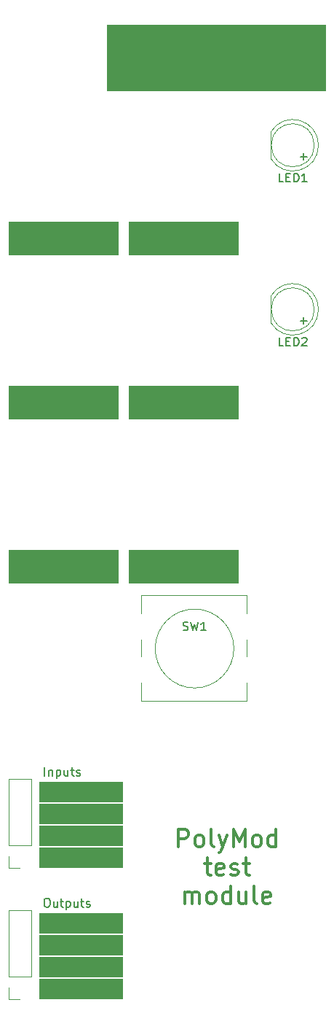
<source format=gbr>
G04 #@! TF.GenerationSoftware,KiCad,Pcbnew,(5.1.5)-3*
G04 #@! TF.CreationDate,2020-08-18T12:44:29+01:00*
G04 #@! TF.ProjectId,modulepcb,6d6f6475-6c65-4706-9362-2e6b69636164,rev?*
G04 #@! TF.SameCoordinates,Original*
G04 #@! TF.FileFunction,Legend,Top*
G04 #@! TF.FilePolarity,Positive*
%FSLAX46Y46*%
G04 Gerber Fmt 4.6, Leading zero omitted, Abs format (unit mm)*
G04 Created by KiCad (PCBNEW (5.1.5)-3) date 2020-08-18 12:44:29*
%MOMM*%
%LPD*%
G04 APERTURE LIST*
%ADD10C,0.150000*%
%ADD11C,0.100000*%
%ADD12C,0.300000*%
%ADD13C,0.120000*%
G04 APERTURE END LIST*
D10*
X148740952Y-75382380D02*
X148264761Y-75382380D01*
X148264761Y-74382380D01*
X149074285Y-74858571D02*
X149407619Y-74858571D01*
X149550476Y-75382380D02*
X149074285Y-75382380D01*
X149074285Y-74382380D01*
X149550476Y-74382380D01*
X149979047Y-75382380D02*
X149979047Y-74382380D01*
X150217142Y-74382380D01*
X150360000Y-74430000D01*
X150455238Y-74525238D01*
X150502857Y-74620476D01*
X150550476Y-74810952D01*
X150550476Y-74953809D01*
X150502857Y-75144285D01*
X150455238Y-75239523D01*
X150360000Y-75334761D01*
X150217142Y-75382380D01*
X149979047Y-75382380D01*
X150931428Y-74477619D02*
X150979047Y-74430000D01*
X151074285Y-74382380D01*
X151312380Y-74382380D01*
X151407619Y-74430000D01*
X151455238Y-74477619D01*
X151502857Y-74572857D01*
X151502857Y-74668095D01*
X151455238Y-74810952D01*
X150883809Y-75382380D01*
X151502857Y-75382380D01*
X148740952Y-56332380D02*
X148264761Y-56332380D01*
X148264761Y-55332380D01*
X149074285Y-55808571D02*
X149407619Y-55808571D01*
X149550476Y-56332380D02*
X149074285Y-56332380D01*
X149074285Y-55332380D01*
X149550476Y-55332380D01*
X149979047Y-56332380D02*
X149979047Y-55332380D01*
X150217142Y-55332380D01*
X150360000Y-55380000D01*
X150455238Y-55475238D01*
X150502857Y-55570476D01*
X150550476Y-55760952D01*
X150550476Y-55903809D01*
X150502857Y-56094285D01*
X150455238Y-56189523D01*
X150360000Y-56284761D01*
X150217142Y-56332380D01*
X149979047Y-56332380D01*
X151502857Y-56332380D02*
X150931428Y-56332380D01*
X151217142Y-56332380D02*
X151217142Y-55332380D01*
X151121904Y-55475238D01*
X151026666Y-55570476D01*
X150931428Y-55618095D01*
D11*
G36*
X153670000Y-45720000D02*
G01*
X128270000Y-45720000D01*
X128270000Y-38100000D01*
X153670000Y-38100000D01*
X153670000Y-45720000D01*
G37*
X153670000Y-45720000D02*
X128270000Y-45720000D01*
X128270000Y-38100000D01*
X153670000Y-38100000D01*
X153670000Y-45720000D01*
D10*
X150749047Y-72461428D02*
X151510952Y-72461428D01*
X151130000Y-72842380D02*
X151130000Y-72080476D01*
X150749047Y-53411428D02*
X151510952Y-53411428D01*
X151130000Y-53792380D02*
X151130000Y-53030476D01*
X121176071Y-139492380D02*
X121366547Y-139492380D01*
X121461785Y-139540000D01*
X121557023Y-139635238D01*
X121604642Y-139825714D01*
X121604642Y-140159047D01*
X121557023Y-140349523D01*
X121461785Y-140444761D01*
X121366547Y-140492380D01*
X121176071Y-140492380D01*
X121080833Y-140444761D01*
X120985595Y-140349523D01*
X120937976Y-140159047D01*
X120937976Y-139825714D01*
X120985595Y-139635238D01*
X121080833Y-139540000D01*
X121176071Y-139492380D01*
X122461785Y-139825714D02*
X122461785Y-140492380D01*
X122033214Y-139825714D02*
X122033214Y-140349523D01*
X122080833Y-140444761D01*
X122176071Y-140492380D01*
X122318928Y-140492380D01*
X122414166Y-140444761D01*
X122461785Y-140397142D01*
X122795119Y-139825714D02*
X123176071Y-139825714D01*
X122937976Y-139492380D02*
X122937976Y-140349523D01*
X122985595Y-140444761D01*
X123080833Y-140492380D01*
X123176071Y-140492380D01*
X123509404Y-139825714D02*
X123509404Y-140825714D01*
X123509404Y-139873333D02*
X123604642Y-139825714D01*
X123795119Y-139825714D01*
X123890357Y-139873333D01*
X123937976Y-139920952D01*
X123985595Y-140016190D01*
X123985595Y-140301904D01*
X123937976Y-140397142D01*
X123890357Y-140444761D01*
X123795119Y-140492380D01*
X123604642Y-140492380D01*
X123509404Y-140444761D01*
X124842738Y-139825714D02*
X124842738Y-140492380D01*
X124414166Y-139825714D02*
X124414166Y-140349523D01*
X124461785Y-140444761D01*
X124557023Y-140492380D01*
X124699880Y-140492380D01*
X124795119Y-140444761D01*
X124842738Y-140397142D01*
X125176071Y-139825714D02*
X125557023Y-139825714D01*
X125318928Y-139492380D02*
X125318928Y-140349523D01*
X125366547Y-140444761D01*
X125461785Y-140492380D01*
X125557023Y-140492380D01*
X125842738Y-140444761D02*
X125937976Y-140492380D01*
X126128452Y-140492380D01*
X126223690Y-140444761D01*
X126271309Y-140349523D01*
X126271309Y-140301904D01*
X126223690Y-140206666D01*
X126128452Y-140159047D01*
X125985595Y-140159047D01*
X125890357Y-140111428D01*
X125842738Y-140016190D01*
X125842738Y-139968571D01*
X125890357Y-139873333D01*
X125985595Y-139825714D01*
X126128452Y-139825714D01*
X126223690Y-139873333D01*
X120985595Y-125252380D02*
X120985595Y-124252380D01*
X121461785Y-124585714D02*
X121461785Y-125252380D01*
X121461785Y-124680952D02*
X121509404Y-124633333D01*
X121604642Y-124585714D01*
X121747500Y-124585714D01*
X121842738Y-124633333D01*
X121890357Y-124728571D01*
X121890357Y-125252380D01*
X122366547Y-124585714D02*
X122366547Y-125585714D01*
X122366547Y-124633333D02*
X122461785Y-124585714D01*
X122652261Y-124585714D01*
X122747500Y-124633333D01*
X122795119Y-124680952D01*
X122842738Y-124776190D01*
X122842738Y-125061904D01*
X122795119Y-125157142D01*
X122747500Y-125204761D01*
X122652261Y-125252380D01*
X122461785Y-125252380D01*
X122366547Y-125204761D01*
X123699880Y-124585714D02*
X123699880Y-125252380D01*
X123271309Y-124585714D02*
X123271309Y-125109523D01*
X123318928Y-125204761D01*
X123414166Y-125252380D01*
X123557023Y-125252380D01*
X123652261Y-125204761D01*
X123699880Y-125157142D01*
X124033214Y-124585714D02*
X124414166Y-124585714D01*
X124176071Y-124252380D02*
X124176071Y-125109523D01*
X124223690Y-125204761D01*
X124318928Y-125252380D01*
X124414166Y-125252380D01*
X124699880Y-125204761D02*
X124795119Y-125252380D01*
X124985595Y-125252380D01*
X125080833Y-125204761D01*
X125128452Y-125109523D01*
X125128452Y-125061904D01*
X125080833Y-124966666D01*
X124985595Y-124919047D01*
X124842738Y-124919047D01*
X124747500Y-124871428D01*
X124699880Y-124776190D01*
X124699880Y-124728571D01*
X124747500Y-124633333D01*
X124842738Y-124585714D01*
X124985595Y-124585714D01*
X125080833Y-124633333D01*
D11*
G36*
X130048000Y-151130000D02*
G01*
X120396000Y-151130000D01*
X120396000Y-148844000D01*
X130048000Y-148844000D01*
X130048000Y-151130000D01*
G37*
X130048000Y-151130000D02*
X120396000Y-151130000D01*
X120396000Y-148844000D01*
X130048000Y-148844000D01*
X130048000Y-151130000D01*
G36*
X130048000Y-148590000D02*
G01*
X120396000Y-148590000D01*
X120396000Y-146304000D01*
X130048000Y-146304000D01*
X130048000Y-148590000D01*
G37*
X130048000Y-148590000D02*
X120396000Y-148590000D01*
X120396000Y-146304000D01*
X130048000Y-146304000D01*
X130048000Y-148590000D01*
G36*
X130048000Y-146050000D02*
G01*
X120396000Y-146050000D01*
X120396000Y-143764000D01*
X130048000Y-143764000D01*
X130048000Y-146050000D01*
G37*
X130048000Y-146050000D02*
X120396000Y-146050000D01*
X120396000Y-143764000D01*
X130048000Y-143764000D01*
X130048000Y-146050000D01*
G36*
X130048000Y-143510000D02*
G01*
X120396000Y-143510000D01*
X120396000Y-141224000D01*
X130048000Y-141224000D01*
X130048000Y-143510000D01*
G37*
X130048000Y-143510000D02*
X120396000Y-143510000D01*
X120396000Y-141224000D01*
X130048000Y-141224000D01*
X130048000Y-143510000D01*
G36*
X130048000Y-135890000D02*
G01*
X120396000Y-135890000D01*
X120396000Y-133604000D01*
X130048000Y-133604000D01*
X130048000Y-135890000D01*
G37*
X130048000Y-135890000D02*
X120396000Y-135890000D01*
X120396000Y-133604000D01*
X130048000Y-133604000D01*
X130048000Y-135890000D01*
G36*
X130048000Y-133350000D02*
G01*
X120396000Y-133350000D01*
X120396000Y-131064000D01*
X130048000Y-131064000D01*
X130048000Y-133350000D01*
G37*
X130048000Y-133350000D02*
X120396000Y-133350000D01*
X120396000Y-131064000D01*
X130048000Y-131064000D01*
X130048000Y-133350000D01*
G36*
X130048000Y-130810000D02*
G01*
X120396000Y-130810000D01*
X120396000Y-128524000D01*
X130048000Y-128524000D01*
X130048000Y-130810000D01*
G37*
X130048000Y-130810000D02*
X120396000Y-130810000D01*
X120396000Y-128524000D01*
X130048000Y-128524000D01*
X130048000Y-130810000D01*
G36*
X130048000Y-128270000D02*
G01*
X120396000Y-128270000D01*
X120396000Y-125984000D01*
X130048000Y-125984000D01*
X130048000Y-128270000D01*
G37*
X130048000Y-128270000D02*
X120396000Y-128270000D01*
X120396000Y-125984000D01*
X130048000Y-125984000D01*
X130048000Y-128270000D01*
D12*
X136573333Y-133494761D02*
X136573333Y-131494761D01*
X137335238Y-131494761D01*
X137525714Y-131590000D01*
X137620952Y-131685238D01*
X137716190Y-131875714D01*
X137716190Y-132161428D01*
X137620952Y-132351904D01*
X137525714Y-132447142D01*
X137335238Y-132542380D01*
X136573333Y-132542380D01*
X138859047Y-133494761D02*
X138668571Y-133399523D01*
X138573333Y-133304285D01*
X138478095Y-133113809D01*
X138478095Y-132542380D01*
X138573333Y-132351904D01*
X138668571Y-132256666D01*
X138859047Y-132161428D01*
X139144761Y-132161428D01*
X139335238Y-132256666D01*
X139430476Y-132351904D01*
X139525714Y-132542380D01*
X139525714Y-133113809D01*
X139430476Y-133304285D01*
X139335238Y-133399523D01*
X139144761Y-133494761D01*
X138859047Y-133494761D01*
X140668571Y-133494761D02*
X140478095Y-133399523D01*
X140382857Y-133209047D01*
X140382857Y-131494761D01*
X141240000Y-132161428D02*
X141716190Y-133494761D01*
X142192380Y-132161428D02*
X141716190Y-133494761D01*
X141525714Y-133970952D01*
X141430476Y-134066190D01*
X141240000Y-134161428D01*
X142954285Y-133494761D02*
X142954285Y-131494761D01*
X143620952Y-132923333D01*
X144287619Y-131494761D01*
X144287619Y-133494761D01*
X145525714Y-133494761D02*
X145335238Y-133399523D01*
X145240000Y-133304285D01*
X145144761Y-133113809D01*
X145144761Y-132542380D01*
X145240000Y-132351904D01*
X145335238Y-132256666D01*
X145525714Y-132161428D01*
X145811428Y-132161428D01*
X146001904Y-132256666D01*
X146097142Y-132351904D01*
X146192380Y-132542380D01*
X146192380Y-133113809D01*
X146097142Y-133304285D01*
X146001904Y-133399523D01*
X145811428Y-133494761D01*
X145525714Y-133494761D01*
X147906666Y-133494761D02*
X147906666Y-131494761D01*
X147906666Y-133399523D02*
X147716190Y-133494761D01*
X147335238Y-133494761D01*
X147144761Y-133399523D01*
X147049523Y-133304285D01*
X146954285Y-133113809D01*
X146954285Y-132542380D01*
X147049523Y-132351904D01*
X147144761Y-132256666D01*
X147335238Y-132161428D01*
X147716190Y-132161428D01*
X147906666Y-132256666D01*
X139620952Y-135461428D02*
X140382857Y-135461428D01*
X139906666Y-134794761D02*
X139906666Y-136509047D01*
X140001904Y-136699523D01*
X140192380Y-136794761D01*
X140382857Y-136794761D01*
X141811428Y-136699523D02*
X141620952Y-136794761D01*
X141240000Y-136794761D01*
X141049523Y-136699523D01*
X140954285Y-136509047D01*
X140954285Y-135747142D01*
X141049523Y-135556666D01*
X141240000Y-135461428D01*
X141620952Y-135461428D01*
X141811428Y-135556666D01*
X141906666Y-135747142D01*
X141906666Y-135937619D01*
X140954285Y-136128095D01*
X142668571Y-136699523D02*
X142859047Y-136794761D01*
X143240000Y-136794761D01*
X143430476Y-136699523D01*
X143525714Y-136509047D01*
X143525714Y-136413809D01*
X143430476Y-136223333D01*
X143240000Y-136128095D01*
X142954285Y-136128095D01*
X142763809Y-136032857D01*
X142668571Y-135842380D01*
X142668571Y-135747142D01*
X142763809Y-135556666D01*
X142954285Y-135461428D01*
X143240000Y-135461428D01*
X143430476Y-135556666D01*
X144097142Y-135461428D02*
X144859047Y-135461428D01*
X144382857Y-134794761D02*
X144382857Y-136509047D01*
X144478095Y-136699523D01*
X144668571Y-136794761D01*
X144859047Y-136794761D01*
X137287619Y-140094761D02*
X137287619Y-138761428D01*
X137287619Y-138951904D02*
X137382857Y-138856666D01*
X137573333Y-138761428D01*
X137859047Y-138761428D01*
X138049523Y-138856666D01*
X138144761Y-139047142D01*
X138144761Y-140094761D01*
X138144761Y-139047142D02*
X138240000Y-138856666D01*
X138430476Y-138761428D01*
X138716190Y-138761428D01*
X138906666Y-138856666D01*
X139001904Y-139047142D01*
X139001904Y-140094761D01*
X140240000Y-140094761D02*
X140049523Y-139999523D01*
X139954285Y-139904285D01*
X139859047Y-139713809D01*
X139859047Y-139142380D01*
X139954285Y-138951904D01*
X140049523Y-138856666D01*
X140240000Y-138761428D01*
X140525714Y-138761428D01*
X140716190Y-138856666D01*
X140811428Y-138951904D01*
X140906666Y-139142380D01*
X140906666Y-139713809D01*
X140811428Y-139904285D01*
X140716190Y-139999523D01*
X140525714Y-140094761D01*
X140240000Y-140094761D01*
X142620952Y-140094761D02*
X142620952Y-138094761D01*
X142620952Y-139999523D02*
X142430476Y-140094761D01*
X142049523Y-140094761D01*
X141859047Y-139999523D01*
X141763809Y-139904285D01*
X141668571Y-139713809D01*
X141668571Y-139142380D01*
X141763809Y-138951904D01*
X141859047Y-138856666D01*
X142049523Y-138761428D01*
X142430476Y-138761428D01*
X142620952Y-138856666D01*
X144430476Y-138761428D02*
X144430476Y-140094761D01*
X143573333Y-138761428D02*
X143573333Y-139809047D01*
X143668571Y-139999523D01*
X143859047Y-140094761D01*
X144144761Y-140094761D01*
X144335238Y-139999523D01*
X144430476Y-139904285D01*
X145668571Y-140094761D02*
X145478095Y-139999523D01*
X145382857Y-139809047D01*
X145382857Y-138094761D01*
X147192380Y-139999523D02*
X147001904Y-140094761D01*
X146620952Y-140094761D01*
X146430476Y-139999523D01*
X146335238Y-139809047D01*
X146335238Y-139047142D01*
X146430476Y-138856666D01*
X146620952Y-138761428D01*
X147001904Y-138761428D01*
X147192380Y-138856666D01*
X147287619Y-139047142D01*
X147287619Y-139237619D01*
X146335238Y-139428095D01*
D11*
G36*
X143510000Y-102870000D02*
G01*
X130810000Y-102870000D01*
X130810000Y-99060000D01*
X143510000Y-99060000D01*
X143510000Y-102870000D01*
G37*
X143510000Y-102870000D02*
X130810000Y-102870000D01*
X130810000Y-99060000D01*
X143510000Y-99060000D01*
X143510000Y-102870000D01*
G36*
X129540000Y-102870000D02*
G01*
X116840000Y-102870000D01*
X116840000Y-99060000D01*
X129540000Y-99060000D01*
X129540000Y-102870000D01*
G37*
X129540000Y-102870000D02*
X116840000Y-102870000D01*
X116840000Y-99060000D01*
X129540000Y-99060000D01*
X129540000Y-102870000D01*
G36*
X143510000Y-83820000D02*
G01*
X130810000Y-83820000D01*
X130810000Y-80010000D01*
X143510000Y-80010000D01*
X143510000Y-83820000D01*
G37*
X143510000Y-83820000D02*
X130810000Y-83820000D01*
X130810000Y-80010000D01*
X143510000Y-80010000D01*
X143510000Y-83820000D01*
G36*
X129540000Y-83820000D02*
G01*
X116840000Y-83820000D01*
X116840000Y-80010000D01*
X129540000Y-80010000D01*
X129540000Y-83820000D01*
G37*
X129540000Y-83820000D02*
X116840000Y-83820000D01*
X116840000Y-80010000D01*
X129540000Y-80010000D01*
X129540000Y-83820000D01*
G36*
X143510000Y-64770000D02*
G01*
X130810000Y-64770000D01*
X130810000Y-60960000D01*
X143510000Y-60960000D01*
X143510000Y-64770000D01*
G37*
X143510000Y-64770000D02*
X130810000Y-64770000D01*
X130810000Y-60960000D01*
X143510000Y-60960000D01*
X143510000Y-64770000D01*
G36*
X129540000Y-64770000D02*
G01*
X116840000Y-64770000D01*
X116840000Y-60960000D01*
X129540000Y-60960000D01*
X129540000Y-64770000D01*
G37*
X129540000Y-64770000D02*
X116840000Y-64770000D01*
X116840000Y-60960000D01*
X129540000Y-60960000D01*
X129540000Y-64770000D01*
D13*
X132180000Y-111420000D02*
X132180000Y-109480000D01*
X132180000Y-116600000D02*
X132180000Y-114480000D01*
X144480000Y-116600000D02*
X132180000Y-116600000D01*
X144480000Y-114480000D02*
X144480000Y-116600000D01*
X144480000Y-109480000D02*
X144480000Y-111420000D01*
X144480000Y-104300000D02*
X144480000Y-106420000D01*
X132180000Y-104300000D02*
X144480000Y-104300000D01*
X132180000Y-106420000D02*
X132180000Y-104300000D01*
X143009050Y-110490000D02*
G75*
G03X143009050Y-110490000I-4579050J0D01*
G01*
X118110000Y-135950000D02*
X116780000Y-135950000D01*
X116780000Y-135950000D02*
X116780000Y-134620000D01*
X116780000Y-133350000D02*
X116780000Y-125670000D01*
X119440000Y-125670000D02*
X116780000Y-125670000D01*
X119440000Y-133350000D02*
X119440000Y-125670000D01*
X119440000Y-133350000D02*
X116780000Y-133350000D01*
X118110000Y-151190000D02*
X116780000Y-151190000D01*
X116780000Y-151190000D02*
X116780000Y-149860000D01*
X116780000Y-148590000D02*
X116780000Y-140910000D01*
X119440000Y-140910000D02*
X116780000Y-140910000D01*
X119440000Y-148590000D02*
X119440000Y-140910000D01*
X119440000Y-148590000D02*
X116780000Y-148590000D01*
X147300000Y-69575000D02*
X147300000Y-72665000D01*
X152360000Y-71120000D02*
G75*
G03X152360000Y-71120000I-2500000J0D01*
G01*
X152850000Y-71119538D02*
G75*
G02X147300000Y-72664830I-2990000J-462D01*
G01*
X152850000Y-71120462D02*
G75*
G03X147300000Y-69575170I-2990000J462D01*
G01*
X147300000Y-50525000D02*
X147300000Y-53615000D01*
X152360000Y-52070000D02*
G75*
G03X152360000Y-52070000I-2500000J0D01*
G01*
X152850000Y-52069538D02*
G75*
G02X147300000Y-53614830I-2990000J-462D01*
G01*
X152850000Y-52070462D02*
G75*
G03X147300000Y-50525170I-2990000J462D01*
G01*
D10*
X137096666Y-108354761D02*
X137239523Y-108402380D01*
X137477619Y-108402380D01*
X137572857Y-108354761D01*
X137620476Y-108307142D01*
X137668095Y-108211904D01*
X137668095Y-108116666D01*
X137620476Y-108021428D01*
X137572857Y-107973809D01*
X137477619Y-107926190D01*
X137287142Y-107878571D01*
X137191904Y-107830952D01*
X137144285Y-107783333D01*
X137096666Y-107688095D01*
X137096666Y-107592857D01*
X137144285Y-107497619D01*
X137191904Y-107450000D01*
X137287142Y-107402380D01*
X137525238Y-107402380D01*
X137668095Y-107450000D01*
X138001428Y-107402380D02*
X138239523Y-108402380D01*
X138430000Y-107688095D01*
X138620476Y-108402380D01*
X138858571Y-107402380D01*
X139763333Y-108402380D02*
X139191904Y-108402380D01*
X139477619Y-108402380D02*
X139477619Y-107402380D01*
X139382380Y-107545238D01*
X139287142Y-107640476D01*
X139191904Y-107688095D01*
M02*

</source>
